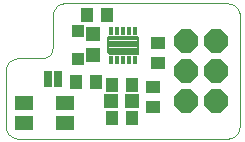
<source format=gts>
G75*
G70*
%OFA0B0*%
%FSLAX24Y24*%
%IPPOS*%
%LPD*%
%AMOC8*
5,1,8,0,0,1.08239X$1,22.5*
%
%ADD10C,0.0000*%
%ADD11R,0.0434X0.0473*%
%ADD12R,0.0465X0.0453*%
%ADD13R,0.0138X0.0256*%
%ADD14C,0.0080*%
%ADD15R,0.0434X0.0434*%
%ADD16R,0.0631X0.0473*%
%ADD17R,0.0473X0.0434*%
%ADD18R,0.0453X0.0465*%
%ADD19R,0.0290X0.0540*%
%ADD20OC8,0.0780*%
D10*
X002267Y003074D02*
X009233Y003074D01*
X009271Y003076D01*
X009309Y003081D01*
X009347Y003090D01*
X009383Y003102D01*
X009418Y003118D01*
X009451Y003136D01*
X009483Y003158D01*
X009513Y003182D01*
X009540Y003209D01*
X009564Y003239D01*
X009586Y003271D01*
X009604Y003304D01*
X009620Y003339D01*
X009632Y003375D01*
X009641Y003413D01*
X009646Y003451D01*
X009648Y003489D01*
X009649Y003489D02*
X009649Y007163D01*
X009647Y007202D01*
X009642Y007240D01*
X009633Y007278D01*
X009621Y007314D01*
X009605Y007350D01*
X009586Y007384D01*
X009564Y007416D01*
X009540Y007445D01*
X009512Y007473D01*
X009483Y007497D01*
X009451Y007519D01*
X009417Y007538D01*
X009381Y007554D01*
X009345Y007566D01*
X009307Y007575D01*
X009269Y007580D01*
X009230Y007582D01*
X003814Y007582D01*
X003776Y007579D01*
X003738Y007573D01*
X003701Y007563D01*
X003665Y007550D01*
X003630Y007534D01*
X003597Y007514D01*
X003566Y007492D01*
X003537Y007467D01*
X003510Y007439D01*
X003486Y007409D01*
X003465Y007377D01*
X003447Y007343D01*
X003433Y007307D01*
X003421Y007270D01*
X003413Y007233D01*
X003409Y007195D01*
X003408Y007156D01*
X003408Y006095D01*
X003409Y006095D02*
X003407Y006059D01*
X003401Y006023D01*
X003392Y005989D01*
X003379Y005955D01*
X003363Y005923D01*
X003343Y005893D01*
X003321Y005865D01*
X003295Y005839D01*
X003267Y005817D01*
X003237Y005797D01*
X003205Y005781D01*
X003171Y005768D01*
X003137Y005759D01*
X003101Y005753D01*
X003065Y005751D01*
X002257Y005751D01*
X002220Y005749D01*
X002183Y005744D01*
X002146Y005736D01*
X002111Y005724D01*
X002077Y005709D01*
X002044Y005690D01*
X002014Y005669D01*
X001985Y005646D01*
X001958Y005619D01*
X001935Y005590D01*
X001914Y005560D01*
X001895Y005527D01*
X001880Y005493D01*
X001868Y005458D01*
X001860Y005421D01*
X001855Y005384D01*
X001853Y005347D01*
X001853Y003488D01*
X001855Y003450D01*
X001860Y003412D01*
X001869Y003375D01*
X001881Y003338D01*
X001896Y003303D01*
X001915Y003270D01*
X001937Y003239D01*
X001961Y003209D01*
X001988Y003182D01*
X002018Y003158D01*
X002049Y003136D01*
X002082Y003117D01*
X002117Y003102D01*
X002154Y003090D01*
X002191Y003081D01*
X002229Y003076D01*
X002267Y003074D01*
D11*
X004176Y004963D03*
X004845Y004963D03*
X005377Y004865D03*
X006046Y004865D03*
X006046Y003763D03*
X005377Y003763D03*
X005239Y007208D03*
X004570Y007208D03*
D12*
X004767Y006548D03*
X004767Y005859D03*
D13*
X005357Y005692D03*
X005554Y005692D03*
X005751Y005692D03*
X005948Y005692D03*
X006145Y005692D03*
X006145Y006676D03*
X005948Y006676D03*
X005751Y006676D03*
X005554Y006676D03*
X005357Y006676D03*
D14*
X005259Y006460D02*
X006243Y006460D01*
X006243Y005908D01*
X005308Y005908D01*
X005259Y005958D01*
X005259Y006460D01*
X005259Y006388D02*
X006243Y006388D01*
X006243Y006310D02*
X005259Y006310D01*
X005259Y006231D02*
X006243Y006231D01*
X006243Y006153D02*
X005259Y006153D01*
X005259Y006074D02*
X006243Y006074D01*
X006243Y005996D02*
X005259Y005996D01*
X005299Y005917D02*
X006243Y005917D01*
D15*
X004274Y005731D03*
X004274Y006656D03*
D16*
X003841Y004255D03*
X003841Y003586D03*
X002463Y003586D03*
X002463Y004255D03*
D17*
X006755Y004117D03*
X006755Y004786D03*
X006932Y005593D03*
X006932Y006263D03*
D18*
X006056Y004314D03*
X005367Y004314D03*
D19*
X003605Y005062D03*
X003251Y005062D03*
D20*
X007849Y005318D03*
X008849Y005318D03*
X008849Y006318D03*
X007849Y006318D03*
X007849Y004318D03*
X008849Y004318D03*
M02*

</source>
